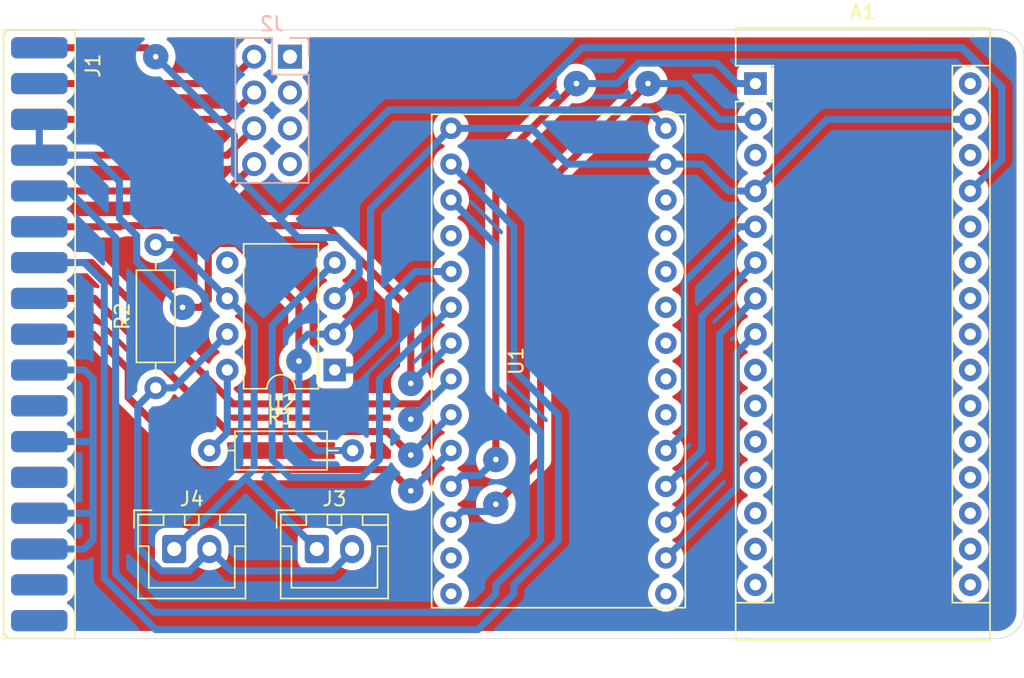
<source format=kicad_pcb>
(kicad_pcb (version 20171130) (host pcbnew "(5.1.2)-2")
  (layers (0 F.Cu signal) (31 B.Cu signal) (34 B.Paste user) (35 F.Paste user) (36 B.SilkS user) (37 F.SilkS user) (38 B.Mask user) (39 F.Mask user) (44 Edge.Cuts user))
  (net 0 "")
  (net 1 +5V)
  (net 2 +3V3)
  (net 3 /gpio_10,pwm2)
  (net 4 GND)
  (net 5 /gpio_9,pwm1)
  (net 6 /gpio_8,pwm0)
  (net 7 /gpio_13)
  (net 8 /gpio_7,spi.mosi)
  (net 9 /gpio_6,spi.miso)
  (net 10 /gpio_12,enc.b)
  (net 11 /gpio_5,spi.clk)
  (net 12 /gpio_4)
  (net 13 /gpio_11,enc.a)
  (net 14 /gpio_3)
  (net 15 /gpio_2)
  (net 16 /uart_tx)
  (net 17 /gpio_1)
  (net 18 /gpio_0)
  (net 19 /uart_rx)
  (net 20 /analog_in_3)
  (net 21 /analog_in_2)
  (net 22 /analog_in_1)
  (net 23 /analog_out_1)
  (net 24 /analog_in_0)
  (net 25 /analog_out_0)
  (net 26 /gpio14,i2c.scl)
  (net 27 /gpio_15,i2c.sda)
  (net 28 "Net-(U1-Pad13)")
  (net 29 "Net-(U1-Pad14)")
  (net 30 "Net-(U1-Pad22)")
  (net 31 "Net-(U1-Pad23)")
  (net 32 "Net-(U1-Pad24)")
  (net 33 "Net-(U1-Pad25)")
  (net 34 "Net-(U1-Pad26)")
  (net 35 "Net-(U2-Pad5)")
  (net 36 "Net-(J3-Pad2)")
  (net 37 "Net-(J3-Pad1)")
  (net 38 "Net-(R1-Pad1)")
  (net 39 "Net-(U1-Pad21)")
  (net 40 "Net-(U1-Pad20)")
  (net 41 "Net-(U1-Pad15)")
  (net 42 /canrx)
  (net 43 /cantx)
  (net 44 "Net-(U1-Pad4)")
  (net 45 "Net-(J2-Pad1)")
  (net 46 "Net-(J2-Pad3)")
  (net 47 "Net-(J2-Pad5)")
  (net 48 "Net-(J2-Pad7)")
  (net 49 "Net-(A1-Pad1)")
  (net 50 "Net-(A1-Pad17)")
  (net 51 "Net-(A1-Pad2)")
  (net 52 "Net-(A1-Pad18)")
  (net 53 "Net-(A1-Pad3)")
  (net 54 "Net-(A1-Pad19)")
  (net 55 "Net-(A1-Pad20)")
  (net 56 "Net-(A1-Pad5)")
  (net 57 "Net-(A1-Pad21)")
  (net 58 "Net-(A1-Pad6)")
  (net 59 "Net-(A1-Pad22)")
  (net 60 "Net-(A1-Pad7)")
  (net 61 "Net-(A1-Pad23)")
  (net 62 "Net-(A1-Pad8)")
  (net 63 "Net-(A1-Pad24)")
  (net 64 "Net-(A1-Pad9)")
  (net 65 "Net-(A1-Pad25)")
  (net 66 "Net-(A1-Pad10)")
  (net 67 "Net-(A1-Pad26)")
  (net 68 "Net-(A1-Pad11)")
  (net 69 "Net-(A1-Pad12)")
  (net 70 "Net-(A1-Pad28)")
  (net 71 "Net-(A1-Pad13)")
  (net 72 "Net-(A1-Pad14)")
  (net 73 "Net-(A1-Pad30)")
  (net 74 "Net-(A1-Pad15)")
  (net 75 "Net-(A1-Pad16)")
  (module Package_DIP:DIP-8_W7.62mm (layer F.Cu) (at 53.975 156.845 180)
    (fp_text reference U2 (at 3.81 -2.33) (layer F.SilkS))
    (fp_text value MCP2551-I-P)
    (fp_arc (start 3.81 -1.33) (end 2.81 -1.33) (angle -180) (layer F.SilkS) (width 0.12))
    (fp_line (start 2.81 -1.33) (end 1.16 -1.33) (layer F.SilkS) (width 0.12))
    (fp_line (start 1.16 -1.33) (end 1.16 8.95) (layer F.SilkS) (width 0.12))
    (fp_line (start 1.16 8.95) (end 6.46 8.95) (layer F.SilkS) (width 0.12))
    (fp_line (start 6.46 8.95) (end 6.46 -1.33) (layer F.SilkS) (width 0.12))
    (fp_line (start 6.46 -1.33) (end 4.81 -1.33) (layer F.SilkS) (width 0.12))
    (pad 1 thru_hole rect (at 0 0 180) (size 1.6 1.6) (drill 0.8) (layers *.Cu *.Mask) (net 43 /cantx))
    (pad 5 thru_hole oval (at 7.62 7.62 180) (size 1.6 1.6) (drill 0.8) (layers *.Cu *.Mask) (net 35 "Net-(U2-Pad5)"))
    (pad 2 thru_hole oval (at 0 2.54 180) (size 1.6 1.6) (drill 0.8) (layers *.Cu *.Mask) (net 4 GND))
    (pad 6 thru_hole oval (at 7.62 5.08 180) (size 1.6 1.6) (drill 0.8) (layers *.Cu *.Mask) (net 37 "Net-(J3-Pad1)"))
    (pad 3 thru_hole oval (at 0 5.08 180) (size 1.6 1.6) (drill 0.8) (layers *.Cu *.Mask) (net 1 +5V))
    (pad 7 thru_hole oval (at 7.62 2.54 180) (size 1.6 1.6) (drill 0.8) (layers *.Cu *.Mask) (net 36 "Net-(J3-Pad2)"))
    (pad 4 thru_hole oval (at 0 7.62 180) (size 1.6 1.6) (drill 0.8) (layers *.Cu *.Mask) (net 42 /canrx))
    (pad 8 thru_hole oval (at 7.62 0 180) (size 1.6 1.6) (drill 0.8) (layers *.Cu *.Mask) (net 38 "Net-(R1-Pad1)"))
  )
  (module Yoshiko:teensy3.2 (layer F.Cu) (at 69.85 156.21 270)
    (fp_text reference U1 (at 0 3 90) (layer F.SilkS))
    (fp_text value teensy3.2)
    (fp_line (start -17.5 -9) (end -17.5 9) (layer F.SilkS) (width 0.12))
    (fp_line (start 17.5 9) (end 17.5 -9) (layer F.SilkS) (width 0.12))
    (fp_line (start 17.5 -9) (end -17.5 -9) (layer F.SilkS) (width 0.12))
    (fp_line (start 17.5 9) (end -17.5 9) (layer F.SilkS) (width 0.12))
    (pad 1 thru_hole circle (at -16.51 7.62 270) (size 1.524 1.524) (drill 0.762) (layers *.Cu *.Mask) (net 4 GND))
    (pad 2 thru_hole circle (at -13.97 7.62 270) (size 1.524 1.524) (drill 0.762) (layers *.Cu *.Mask) (net 16 /uart_tx))
    (pad 3 thru_hole circle (at -11.43 7.62 270) (size 1.524 1.524) (drill 0.762) (layers *.Cu *.Mask) (net 19 /uart_rx))
    (pad 4 thru_hole circle (at -8.89 7.62 270) (size 1.524 1.524) (drill 0.762) (layers *.Cu *.Mask) (net 44 "Net-(U1-Pad4)"))
    (pad 5 thru_hole circle (at -6.35 7.62 270) (size 1.524 1.524) (drill 0.762) (layers *.Cu *.Mask) (net 43 /cantx))
    (pad 6 thru_hole circle (at -3.81 7.62 270) (size 1.524 1.524) (drill 0.762) (layers *.Cu *.Mask) (net 42 /canrx))
    (pad 7 thru_hole circle (at -1.27 7.62 270) (size 1.524 1.524) (drill 0.762) (layers *.Cu *.Mask) (net 18 /gpio_0))
    (pad 8 thru_hole circle (at 1.27 7.62 270) (size 1.524 1.524) (drill 0.762) (layers *.Cu *.Mask) (net 17 /gpio_1))
    (pad 9 thru_hole circle (at 3.81 7.62 270) (size 1.524 1.524) (drill 0.762) (layers *.Cu *.Mask) (net 15 /gpio_2))
    (pad 10 thru_hole circle (at 6.35 7.62 270) (size 1.524 1.524) (drill 0.762) (layers *.Cu *.Mask) (net 14 /gpio_3))
    (pad 11 thru_hole circle (at 8.89 7.62 270) (size 1.524 1.524) (drill 0.762) (layers *.Cu *.Mask) (net 49 "Net-(A1-Pad1)"))
    (pad 12 thru_hole circle (at 11.43 7.62 270) (size 1.524 1.524) (drill 0.762) (layers *.Cu *.Mask) (net 51 "Net-(A1-Pad2)"))
    (pad 13 thru_hole circle (at 13.97 7.62 270) (size 1.524 1.524) (drill 0.762) (layers *.Cu *.Mask) (net 28 "Net-(U1-Pad13)"))
    (pad 14 thru_hole circle (at 16.51 7.62 270) (size 1.524 1.524) (drill 0.762) (layers *.Cu *.Mask) (net 29 "Net-(U1-Pad14)"))
    (pad 15 thru_hole circle (at 16.51 -7.62 270) (size 1.524 1.524) (drill 0.762) (layers *.Cu *.Mask) (net 41 "Net-(U1-Pad15)"))
    (pad 16 thru_hole circle (at 13.97 -7.62 270) (size 1.524 1.524) (drill 0.762) (layers *.Cu *.Mask) (net 62 "Net-(A1-Pad8)"))
    (pad 17 thru_hole circle (at 11.43 -7.62 270) (size 1.524 1.524) (drill 0.762) (layers *.Cu *.Mask) (net 60 "Net-(A1-Pad7)"))
    (pad 18 thru_hole circle (at 8.89 -7.62 270) (size 1.524 1.524) (drill 0.762) (layers *.Cu *.Mask) (net 58 "Net-(A1-Pad6)"))
    (pad 19 thru_hole circle (at 6.35 -7.62 270) (size 1.524 1.524) (drill 0.762) (layers *.Cu *.Mask) (net 56 "Net-(A1-Pad5)"))
    (pad 20 thru_hole circle (at 3.81 -7.62 270) (size 1.524 1.524) (drill 0.762) (layers *.Cu *.Mask) (net 40 "Net-(U1-Pad20)"))
    (pad 21 thru_hole circle (at 1.27 -7.62 270) (size 1.524 1.524) (drill 0.762) (layers *.Cu *.Mask) (net 39 "Net-(U1-Pad21)"))
    (pad 22 thru_hole circle (at -1.27 -7.62 270) (size 1.524 1.524) (drill 0.762) (layers *.Cu *.Mask) (net 30 "Net-(U1-Pad22)"))
    (pad 23 thru_hole circle (at -3.81 -7.62 270) (size 1.524 1.524) (drill 0.762) (layers *.Cu *.Mask) (net 31 "Net-(U1-Pad23)"))
    (pad 24 thru_hole circle (at -6.35 -7.62 270) (size 1.524 1.524) (drill 0.762) (layers *.Cu *.Mask) (net 32 "Net-(U1-Pad24)"))
    (pad 25 thru_hole circle (at -8.89 -7.62 270) (size 1.524 1.524) (drill 0.762) (layers *.Cu *.Mask) (net 33 "Net-(U1-Pad25)"))
    (pad 26 thru_hole circle (at -11.43 -7.62 270) (size 1.524 1.524) (drill 0.762) (layers *.Cu *.Mask) (net 34 "Net-(U1-Pad26)"))
    (pad 27 thru_hole circle (at -13.97 -7.62 270) (size 1.524 1.524) (drill 0.762) (layers *.Cu *.Mask) (net 4 GND))
    (pad 28 thru_hole circle (at -16.51 -7.62 270) (size 1.524 1.524) (drill 0.762) (layers *.Cu *.Mask) (net 1 +5V))
  )
  (module Resistor_THT:R_Axial_DIN0207_L6.3mm_D2.5mm_P10.16mm_Horizontal (layer F.Cu) (at 41.275 158.115 90)
    (fp_text reference R2 (at 5.08 -2.37 90) (layer F.SilkS))
    (fp_text value 10k)
    (fp_line (start 1.81 -1.37) (end 1.81 1.37) (layer F.SilkS) (width 0.12))
    (fp_line (start 1.81 1.37) (end 8.35 1.37) (layer F.SilkS) (width 0.12))
    (fp_line (start 8.35 1.37) (end 8.35 -1.37) (layer F.SilkS) (width 0.12))
    (fp_line (start 8.35 -1.37) (end 1.81 -1.37) (layer F.SilkS) (width 0.12))
    (fp_line (start 1.04 0) (end 1.81 0) (layer F.SilkS) (width 0.12))
    (fp_line (start 9.12 0) (end 8.35 0) (layer F.SilkS) (width 0.12))
    (pad 1 thru_hole circle (at 0 0 90) (size 1.6 1.6) (drill 0.8) (layers *.Cu *.Mask) (net 36 "Net-(J3-Pad2)"))
    (pad 2 thru_hole oval (at 10.16 0 90) (size 1.6 1.6) (drill 0.8) (layers *.Cu *.Mask) (net 37 "Net-(J3-Pad1)"))
  )
  (module Resistor_THT:R_Axial_DIN0207_L6.3mm_D2.5mm_P10.16mm_Horizontal (layer F.Cu) (at 45.085 162.56)
    (fp_text reference R1 (at 5.08 -2.37) (layer F.SilkS))
    (fp_text value 10k)
    (fp_line (start 1.81 -1.37) (end 1.81 1.37) (layer F.SilkS) (width 0.12))
    (fp_line (start 1.81 1.37) (end 8.35 1.37) (layer F.SilkS) (width 0.12))
    (fp_line (start 8.35 1.37) (end 8.35 -1.37) (layer F.SilkS) (width 0.12))
    (fp_line (start 8.35 -1.37) (end 1.81 -1.37) (layer F.SilkS) (width 0.12))
    (fp_line (start 1.04 0) (end 1.81 0) (layer F.SilkS) (width 0.12))
    (fp_line (start 9.12 0) (end 8.35 0) (layer F.SilkS) (width 0.12))
    (pad 1 thru_hole circle (at 0 0) (size 1.6 1.6) (drill 0.8) (layers *.Cu *.Mask) (net 38 "Net-(R1-Pad1)"))
    (pad 2 thru_hole oval (at 10.16 0) (size 1.6 1.6) (drill 0.8) (layers *.Cu *.Mask) (net 4 GND))
  )
  (module Connector_JST:JST_XH_B2B-XH-A_1x02_P2.50mm_Vertical (layer F.Cu) (at 42.585 169.545)
    (fp_text reference J4 (at 1.25 -3.55) (layer F.SilkS))
    (fp_text value Conn_01x02)
    (fp_line (start -2.56 -2.46) (end -2.56 3.51) (layer F.SilkS) (width 0.12))
    (fp_line (start -2.56 3.51) (end 5.06 3.51) (layer F.SilkS) (width 0.12))
    (fp_line (start 5.06 3.51) (end 5.06 -2.46) (layer F.SilkS) (width 0.12))
    (fp_line (start 5.06 -2.46) (end -2.56 -2.46) (layer F.SilkS) (width 0.12))
    (fp_line (start 0.75 -2.45) (end 0.75 -1.7) (layer F.SilkS) (width 0.12))
    (fp_line (start 0.75 -1.7) (end 1.75 -1.7) (layer F.SilkS) (width 0.12))
    (fp_line (start 1.75 -1.7) (end 1.75 -2.45) (layer F.SilkS) (width 0.12))
    (fp_line (start 1.75 -2.45) (end 0.75 -2.45) (layer F.SilkS) (width 0.12))
    (fp_line (start -2.55 -2.45) (end -2.55 -1.7) (layer F.SilkS) (width 0.12))
    (fp_line (start -2.55 -1.7) (end -0.75 -1.7) (layer F.SilkS) (width 0.12))
    (fp_line (start -0.75 -1.7) (end -0.75 -2.45) (layer F.SilkS) (width 0.12))
    (fp_line (start -0.75 -2.45) (end -2.55 -2.45) (layer F.SilkS) (width 0.12))
    (fp_line (start 3.25 -2.45) (end 3.25 -1.7) (layer F.SilkS) (width 0.12))
    (fp_line (start 3.25 -1.7) (end 5.05 -1.7) (layer F.SilkS) (width 0.12))
    (fp_line (start 5.05 -1.7) (end 5.05 -2.45) (layer F.SilkS) (width 0.12))
    (fp_line (start 5.05 -2.45) (end 3.25 -2.45) (layer F.SilkS) (width 0.12))
    (fp_line (start -2.55 -0.2) (end -1.8 -0.2) (layer F.SilkS) (width 0.12))
    (fp_line (start -1.8 -0.2) (end -1.8 2.75) (layer F.SilkS) (width 0.12))
    (fp_line (start -1.8 2.75) (end 1.25 2.75) (layer F.SilkS) (width 0.12))
    (fp_line (start 5.05 -0.2) (end 4.3 -0.2) (layer F.SilkS) (width 0.12))
    (fp_line (start 4.3 -0.2) (end 4.3 2.75) (layer F.SilkS) (width 0.12))
    (fp_line (start 4.3 2.75) (end 1.25 2.75) (layer F.SilkS) (width 0.12))
    (fp_line (start -1.6 -2.75) (end -2.85 -2.75) (layer F.SilkS) (width 0.12))
    (fp_line (start -2.85 -2.75) (end -2.85 -1.5) (layer F.SilkS) (width 0.12))
    (pad 1 thru_hole roundrect (at 0 0) (size 1.7 2) (drill 1) (layers *.Cu *.Mask) (roundrect_rratio 0.147059) (net 37 "Net-(J3-Pad1)"))
    (pad 2 thru_hole oval (at 2.5 0) (size 1.7 2) (drill 1) (layers *.Cu *.Mask) (net 36 "Net-(J3-Pad2)"))
  )
  (module Connector_JST:JST_XH_B2B-XH-A_1x02_P2.50mm_Vertical (layer F.Cu) (at 52.705 169.545)
    (fp_text reference J3 (at 1.25 -3.55) (layer F.SilkS))
    (fp_text value Conn_01x02)
    (fp_line (start -2.56 -2.46) (end -2.56 3.51) (layer F.SilkS) (width 0.12))
    (fp_line (start -2.56 3.51) (end 5.06 3.51) (layer F.SilkS) (width 0.12))
    (fp_line (start 5.06 3.51) (end 5.06 -2.46) (layer F.SilkS) (width 0.12))
    (fp_line (start 5.06 -2.46) (end -2.56 -2.46) (layer F.SilkS) (width 0.12))
    (fp_line (start 0.75 -2.45) (end 0.75 -1.7) (layer F.SilkS) (width 0.12))
    (fp_line (start 0.75 -1.7) (end 1.75 -1.7) (layer F.SilkS) (width 0.12))
    (fp_line (start 1.75 -1.7) (end 1.75 -2.45) (layer F.SilkS) (width 0.12))
    (fp_line (start 1.75 -2.45) (end 0.75 -2.45) (layer F.SilkS) (width 0.12))
    (fp_line (start -2.55 -2.45) (end -2.55 -1.7) (layer F.SilkS) (width 0.12))
    (fp_line (start -2.55 -1.7) (end -0.75 -1.7) (layer F.SilkS) (width 0.12))
    (fp_line (start -0.75 -1.7) (end -0.75 -2.45) (layer F.SilkS) (width 0.12))
    (fp_line (start -0.75 -2.45) (end -2.55 -2.45) (layer F.SilkS) (width 0.12))
    (fp_line (start 3.25 -2.45) (end 3.25 -1.7) (layer F.SilkS) (width 0.12))
    (fp_line (start 3.25 -1.7) (end 5.05 -1.7) (layer F.SilkS) (width 0.12))
    (fp_line (start 5.05 -1.7) (end 5.05 -2.45) (layer F.SilkS) (width 0.12))
    (fp_line (start 5.05 -2.45) (end 3.25 -2.45) (layer F.SilkS) (width 0.12))
    (fp_line (start -2.55 -0.2) (end -1.8 -0.2) (layer F.SilkS) (width 0.12))
    (fp_line (start -1.8 -0.2) (end -1.8 2.75) (layer F.SilkS) (width 0.12))
    (fp_line (start -1.8 2.75) (end 1.25 2.75) (layer F.SilkS) (width 0.12))
    (fp_line (start 5.05 -0.2) (end 4.3 -0.2) (layer F.SilkS) (width 0.12))
    (fp_line (start 4.3 -0.2) (end 4.3 2.75) (layer F.SilkS) (width 0.12))
    (fp_line (start 4.3 2.75) (end 1.25 2.75) (layer F.SilkS) (width 0.12))
    (fp_line (start -1.6 -2.75) (end -2.85 -2.75) (layer F.SilkS) (width 0.12))
    (fp_line (start -2.85 -2.75) (end -2.85 -1.5) (layer F.SilkS) (width 0.12))
    (pad 1 thru_hole roundrect (at 0 0) (size 1.7 2) (drill 1) (layers *.Cu *.Mask) (roundrect_rratio 0.147059) (net 37 "Net-(J3-Pad1)"))
    (pad 2 thru_hole oval (at 2.5 0) (size 1.7 2) (drill 1) (layers *.Cu *.Mask) (net 36 "Net-(J3-Pad2)"))
  )
  (module Connector_PinHeader_2.54mm:PinHeader_2x04_P2.54mm_Vertical (layer B.Cu) (at 50.8 134.62 180)
    (fp_text reference J2 (at 1.27 2.33 180) (layer B.SilkS) (effects (justify mirror)))
    (fp_text value USB_cam)
    (fp_line (start -1.33 -8.95) (end 3.87 -8.95) (layer B.SilkS) (width 0.12))
    (fp_line (start -1.33 -1.27) (end -1.33 -8.95) (layer B.SilkS) (width 0.12))
    (fp_line (start 3.87 1.33) (end 3.87 -8.95) (layer B.SilkS) (width 0.12))
    (fp_line (start -1.33 -1.27) (end 1.27 -1.27) (layer B.SilkS) (width 0.12))
    (fp_line (start 1.27 -1.27) (end 1.27 1.33) (layer B.SilkS) (width 0.12))
    (fp_line (start 1.27 1.33) (end 3.87 1.33) (layer B.SilkS) (width 0.12))
    (fp_line (start -1.33 0) (end -1.33 1.33) (layer B.SilkS) (width 0.12))
    (fp_line (start -1.33 1.33) (end 0 1.33) (layer B.SilkS) (width 0.12))
    (pad 1 thru_hole rect (at 0 0 180) (size 1.7 1.7) (drill 1) (layers *.Cu *.Mask) (net 45 "Net-(J2-Pad1)"))
    (pad 2 thru_hole oval (at 2.54 0 180) (size 1.7 1.7) (drill 1) (layers *.Cu *.Mask) (net 24 /analog_in_0))
    (pad 3 thru_hole oval (at 0 -2.54 180) (size 1.7 1.7) (drill 1) (layers *.Cu *.Mask) (net 46 "Net-(J2-Pad3)"))
    (pad 4 thru_hole oval (at 2.54 -2.54 180) (size 1.7 1.7) (drill 1) (layers *.Cu *.Mask) (net 22 /analog_in_1))
    (pad 5 thru_hole oval (at 0 -5.08 180) (size 1.7 1.7) (drill 1) (layers *.Cu *.Mask) (net 47 "Net-(J2-Pad5)"))
    (pad 6 thru_hole oval (at 2.54 -5.08 180) (size 1.7 1.7) (drill 1) (layers *.Cu *.Mask) (net 21 /analog_in_2))
    (pad 7 thru_hole oval (at 0 -7.62 180) (size 1.7 1.7) (drill 1) (layers *.Cu *.Mask) (net 48 "Net-(J2-Pad7)"))
    (pad 8 thru_hole oval (at 2.54 -7.62 180) (size 1.7 1.7) (drill 1) (layers *.Cu *.Mask) (net 20 /analog_in_3))
  )
  (module Yoshiko:yokodasipinsoket (layer F.Cu) (at 30.48 132.715 270)
    (fp_text reference J1 (at 2.54 -6.35 90) (layer F.SilkS))
    (fp_text value myRIO)
    (fp_line (start 0 0) (end 0 -5.08) (layer F.SilkS) (width 0.12))
    (fp_line (start 0 -5.08) (end 43.18 -5.08) (layer F.SilkS) (width 0.12))
    (fp_line (start 43.18 -5.08) (end 43.18 0) (layer F.SilkS) (width 0.12))
    (fp_line (start 43.18 0) (end 0 0) (layer F.SilkS) (width 0.12))
    (pad 1 smd roundrect (at 1.27 -2.54 270) (size 1.5 4) (layers F.Cu F.Paste F.Mask) (net 1 +5V))
    (pad 2 smd roundrect (at 1.27 -2.54 270) (size 1.5 4) (layers B.Cu B.Paste B.Mask) (net 25 /analog_out_0))
    (pad 3 smd roundrect (at 3.81 -2.54 270) (size 1.5 4) (layers F.Cu F.Paste F.Mask) (net 24 /analog_in_0))
    (pad 4 smd roundrect (at 3.81 -2.54 270) (size 1.5 4) (layers B.Cu B.Paste B.Mask) (net 23 /analog_out_1))
    (pad 5 smd roundrect (at 6.35 -2.54 270) (size 1.5 4) (layers F.Cu F.Paste F.Mask) (net 22 /analog_in_1))
    (pad 6 smd roundrect (at 6.35 -2.54 270) (size 1.5 4) (layers B.Cu B.Paste B.Mask) (net 4 GND))
    (pad 7 smd roundrect (at 8.89 -2.54 270) (size 1.5 4) (layers F.Cu F.Paste F.Mask) (net 21 /analog_in_2))
    (pad 8 smd roundrect (at 8.89 -2.54 270) (size 1.5 4) (layers B.Cu B.Paste B.Mask) (net 4 GND))
    (pad 9 smd roundrect (at 11.43 -2.54 270) (size 1.5 4) (layers F.Cu F.Paste F.Mask) (net 20 /analog_in_3))
    (pad 10 smd roundrect (at 11.43 -2.54 270) (size 1.5 4) (layers B.Cu B.Paste B.Mask) (net 19 /uart_rx))
    (pad 11 smd roundrect (at 13.97 -2.54 270) (size 1.5 4) (layers F.Cu F.Paste F.Mask) (net 18 /gpio_0))
    (pad 12 smd roundrect (at 13.97 -2.54 270) (size 1.5 4) (layers B.Cu B.Paste B.Mask) (net 4 GND))
    (pad 13 smd roundrect (at 16.51 -2.54 270) (size 1.5 4) (layers F.Cu F.Paste F.Mask) (net 17 /gpio_1))
    (pad 14 smd roundrect (at 16.51 -2.54 270) (size 1.5 4) (layers B.Cu B.Paste B.Mask) (net 16 /uart_tx))
    (pad 15 smd roundrect (at 19.05 -2.54 270) (size 1.5 4) (layers F.Cu F.Paste F.Mask) (net 15 /gpio_2))
    (pad 16 smd roundrect (at 19.05 -2.54 270) (size 1.5 4) (layers B.Cu B.Paste B.Mask) (net 4 GND))
    (pad 17 smd roundrect (at 21.59 -2.54 270) (size 1.5 4) (layers F.Cu F.Paste F.Mask) (net 14 /gpio_3))
    (pad 18 smd roundrect (at 21.59 -2.54 270) (size 1.5 4) (layers B.Cu B.Paste B.Mask) (net 13 /gpio_11,enc.a))
    (pad 19 smd roundrect (at 24.13 -2.54 270) (size 1.5 4) (layers F.Cu F.Paste F.Mask) (net 12 /gpio_4))
    (pad 20 smd roundrect (at 24.13 -2.54 270) (size 1.5 4) (layers B.Cu B.Paste B.Mask) (net 4 GND))
    (pad 21 smd roundrect (at 26.67 -2.54 270) (size 1.5 4) (layers F.Cu F.Paste F.Mask) (net 11 /gpio_5,spi.clk))
    (pad 22 smd roundrect (at 26.67 -2.54 270) (size 1.5 4) (layers B.Cu B.Paste B.Mask) (net 10 /gpio_12,enc.b))
    (pad 23 smd roundrect (at 29.21 -2.54 270) (size 1.5 4) (layers F.Cu F.Paste F.Mask) (net 9 /gpio_6,spi.miso))
    (pad 24 smd roundrect (at 29.21 -2.54 270) (size 1.5 4) (layers B.Cu B.Paste B.Mask) (net 4 GND))
    (pad 25 smd roundrect (at 31.75 -2.54 270) (size 1.5 4) (layers F.Cu F.Paste F.Mask) (net 8 /gpio_7,spi.mosi))
    (pad 26 smd roundrect (at 31.75 -2.54 270) (size 1.5 4) (layers B.Cu B.Paste B.Mask) (net 7 /gpio_13))
    (pad 27 smd roundrect (at 34.29 -2.54 270) (size 1.5 4) (layers F.Cu F.Paste F.Mask) (net 6 /gpio_8,pwm0))
    (pad 28 smd roundrect (at 34.29 -2.54 270) (size 1.5 4) (layers B.Cu B.Paste B.Mask) (net 4 GND))
    (pad 29 smd roundrect (at 36.83 -2.54 270) (size 1.5 4) (layers F.Cu F.Paste F.Mask) (net 5 /gpio_9,pwm1))
    (pad 30 smd roundrect (at 36.83 -2.54 270) (size 1.5 4) (layers B.Cu B.Paste B.Mask) (net 4 GND))
    (pad 31 smd roundrect (at 39.37 -2.54 270) (size 1.5 4) (layers F.Cu F.Paste F.Mask) (net 3 /gpio_10,pwm2))
    (pad 32 smd roundrect (at 39.37 -2.54 270) (size 1.5 4) (layers B.Cu B.Paste B.Mask) (net 26 /gpio14,i2c.scl))
    (pad 33 smd roundrect (at 41.91 -2.54 270) (size 1.5 4) (layers F.Cu F.Paste F.Mask) (net 2 +3V3))
    (pad 34 smd roundrect (at 41.91 -2.54 270) (size 1.5 4) (layers B.Cu B.Paste B.Mask) (net 27 /gpio_15,i2c.sda))
  )
  (module Module:Arduino_Nano (layer F.Cu) (at 83.82 136.525)
    (fp_text reference A1 (at 7.62 -5.08) (layer F.SilkS))
    (fp_text value Arduino_Nano_v3.x)
    (fp_line (start 1.27 1.27) (end 1.27 -1.27) (layer F.SilkS) (width 0.12))
    (fp_line (start 1.27 -1.27) (end -1.4 -1.27) (layer F.SilkS) (width 0.12))
    (fp_line (start -1.4 1.27) (end -1.4 39.5) (layer F.SilkS) (width 0.12))
    (fp_line (start -1.4 -3.94) (end -1.4 -1.27) (layer F.SilkS) (width 0.12))
    (fp_line (start 13.97 -1.27) (end 16.64 -1.27) (layer F.SilkS) (width 0.12))
    (fp_line (start 13.97 -1.27) (end 13.97 36.83) (layer F.SilkS) (width 0.12))
    (fp_line (start 13.97 36.83) (end 16.64 36.83) (layer F.SilkS) (width 0.12))
    (fp_line (start 1.27 1.27) (end -1.4 1.27) (layer F.SilkS) (width 0.12))
    (fp_line (start 1.27 1.27) (end 1.27 36.83) (layer F.SilkS) (width 0.12))
    (fp_line (start 1.27 36.83) (end -1.4 36.83) (layer F.SilkS) (width 0.12))
    (fp_line (start -1.4 39.5) (end 16.64 39.5) (layer F.SilkS) (width 0.12))
    (fp_line (start 16.64 39.5) (end 16.64 -3.94) (layer F.SilkS) (width 0.12))
    (fp_line (start 16.64 -3.94) (end -1.4 -3.94) (layer F.SilkS) (width 0.12))
    (pad 1 thru_hole rect (at 0 0) (size 1.6 1.6) (drill 0.8) (layers *.Cu *.Mask) (net 49 "Net-(A1-Pad1)"))
    (pad 17 thru_hole oval (at 15.24 33.02) (size 1.6 1.6) (drill 0.8) (layers *.Cu *.Mask) (net 50 "Net-(A1-Pad17)"))
    (pad 2 thru_hole oval (at 0 2.54) (size 1.6 1.6) (drill 0.8) (layers *.Cu *.Mask) (net 51 "Net-(A1-Pad2)"))
    (pad 18 thru_hole oval (at 15.24 30.48) (size 1.6 1.6) (drill 0.8) (layers *.Cu *.Mask) (net 52 "Net-(A1-Pad18)"))
    (pad 3 thru_hole oval (at 0 5.08) (size 1.6 1.6) (drill 0.8) (layers *.Cu *.Mask) (net 53 "Net-(A1-Pad3)"))
    (pad 19 thru_hole oval (at 15.24 27.94) (size 1.6 1.6) (drill 0.8) (layers *.Cu *.Mask) (net 54 "Net-(A1-Pad19)"))
    (pad 4 thru_hole oval (at 0 7.62) (size 1.6 1.6) (drill 0.8) (layers *.Cu *.Mask) (net 4 GND))
    (pad 20 thru_hole oval (at 15.24 25.4) (size 1.6 1.6) (drill 0.8) (layers *.Cu *.Mask) (net 55 "Net-(A1-Pad20)"))
    (pad 5 thru_hole oval (at 0 10.16) (size 1.6 1.6) (drill 0.8) (layers *.Cu *.Mask) (net 56 "Net-(A1-Pad5)"))
    (pad 21 thru_hole oval (at 15.24 22.86) (size 1.6 1.6) (drill 0.8) (layers *.Cu *.Mask) (net 57 "Net-(A1-Pad21)"))
    (pad 6 thru_hole oval (at 0 12.7) (size 1.6 1.6) (drill 0.8) (layers *.Cu *.Mask) (net 58 "Net-(A1-Pad6)"))
    (pad 22 thru_hole oval (at 15.24 20.32) (size 1.6 1.6) (drill 0.8) (layers *.Cu *.Mask) (net 59 "Net-(A1-Pad22)"))
    (pad 7 thru_hole oval (at 0 15.24) (size 1.6 1.6) (drill 0.8) (layers *.Cu *.Mask) (net 60 "Net-(A1-Pad7)"))
    (pad 23 thru_hole oval (at 15.24 17.78) (size 1.6 1.6) (drill 0.8) (layers *.Cu *.Mask) (net 61 "Net-(A1-Pad23)"))
    (pad 8 thru_hole oval (at 0 17.78) (size 1.6 1.6) (drill 0.8) (layers *.Cu *.Mask) (net 62 "Net-(A1-Pad8)"))
    (pad 24 thru_hole oval (at 15.24 15.24) (size 1.6 1.6) (drill 0.8) (layers *.Cu *.Mask) (net 63 "Net-(A1-Pad24)"))
    (pad 9 thru_hole oval (at 0 20.32) (size 1.6 1.6) (drill 0.8) (layers *.Cu *.Mask) (net 64 "Net-(A1-Pad9)"))
    (pad 25 thru_hole oval (at 15.24 12.7) (size 1.6 1.6) (drill 0.8) (layers *.Cu *.Mask) (net 65 "Net-(A1-Pad25)"))
    (pad 10 thru_hole oval (at 0 22.86) (size 1.6 1.6) (drill 0.8) (layers *.Cu *.Mask) (net 66 "Net-(A1-Pad10)"))
    (pad 26 thru_hole oval (at 15.24 10.16) (size 1.6 1.6) (drill 0.8) (layers *.Cu *.Mask) (net 67 "Net-(A1-Pad26)"))
    (pad 11 thru_hole oval (at 0 25.4) (size 1.6 1.6) (drill 0.8) (layers *.Cu *.Mask) (net 68 "Net-(A1-Pad11)"))
    (pad 27 thru_hole oval (at 15.24 7.62) (size 1.6 1.6) (drill 0.8) (layers *.Cu *.Mask) (net 1 +5V))
    (pad 12 thru_hole oval (at 0 27.94) (size 1.6 1.6) (drill 0.8) (layers *.Cu *.Mask) (net 69 "Net-(A1-Pad12)"))
    (pad 28 thru_hole oval (at 15.24 5.08) (size 1.6 1.6) (drill 0.8) (layers *.Cu *.Mask) (net 70 "Net-(A1-Pad28)"))
    (pad 13 thru_hole oval (at 0 30.48) (size 1.6 1.6) (drill 0.8) (layers *.Cu *.Mask) (net 71 "Net-(A1-Pad13)"))
    (pad 29 thru_hole oval (at 15.24 2.54) (size 1.6 1.6) (drill 0.8) (layers *.Cu *.Mask) (net 4 GND))
    (pad 14 thru_hole oval (at 0 33.02) (size 1.6 1.6) (drill 0.8) (layers *.Cu *.Mask) (net 72 "Net-(A1-Pad14)"))
    (pad 30 thru_hole oval (at 15.24 0) (size 1.6 1.6) (drill 0.8) (layers *.Cu *.Mask) (net 73 "Net-(A1-Pad30)"))
    (pad 15 thru_hole oval (at 0 35.56) (size 1.6 1.6) (drill 0.8) (layers *.Cu *.Mask) (net 74 "Net-(A1-Pad15)"))
    (pad 16 thru_hole oval (at 15.24 35.56) (size 1.6 1.6) (drill 0.8) (layers *.Cu *.Mask) (net 75 "Net-(A1-Pad16)"))
  )
  (gr_arc (start 100.965 134.62) (end 102.87 134.62) (angle -90) (layer Edge.Cuts) (width 0.05))
  (gr_arc (start 100.965 173.99) (end 100.965 175.895) (angle -90) (layer Edge.Cuts) (width 0.05))
  (gr_arc (start 31.115 175.26) (end 30.48 175.26) (angle -90) (layer Edge.Cuts) (width 0.05))
  (gr_arc (start 31.115 133.35) (end 31.115 132.715) (angle -90) (layer Edge.Cuts) (width 0.05))
  (gr_line (start 30.48 175.26) (end 30.48 133.35) (layer Edge.Cuts) (width 0.05))
  (gr_line (start 100.965 175.895) (end 31.115 175.895) (layer Edge.Cuts) (width 0.05))
  (gr_line (start 102.87 134.62) (end 102.87 173.99) (layer Edge.Cuts) (width 0.05))
  (gr_line (start 31.115 132.715) (end 100.965 132.715) (layer Edge.Cuts) (width 0.05))
  (segment (start 33.02 133.985) (end 40.64 133.985) (width 0.5) (layer F.Cu) (net 1))
  (segment (start 40.64 133.985) (end 41.275 134.62) (width 0.5) (layer F.Cu) (net 1))
  (segment (start 41.275 134.62) (end 41.275 134.62) (width 0.5) (layer F.Cu) (net 1))
  (via (at 41.275 134.62) (size 1.8) (drill 0.4) (layers F.Cu B.Cu) (net 1))
  (segment (start 54.774999 150.965001) (end 53.975 151.765) (width 0.5) (layer B.Cu) (net 1))
  (segment (start 55.71499 148.966988) (end 55.71499 150.02501) (width 0.5) (layer B.Cu) (net 1))
  (segment (start 54.198242 147.45024) (end 55.71499 148.966988) (width 0.5) (layer B.Cu) (net 1))
  (segment (start 51.398238 147.45024) (end 54.198242 147.45024) (width 0.5) (layer B.Cu) (net 1))
  (segment (start 55.71499 150.02501) (end 54.774999 150.965001) (width 0.5) (layer B.Cu) (net 1))
  (segment (start 46.859999 140.204999) (end 46.859999 142.912001) (width 0.5) (layer B.Cu) (net 1))
  (segment (start 41.275 134.62) (end 46.859999 140.204999) (width 0.5) (layer B.Cu) (net 1))
  (segment (start 57.827001 138.387999) (end 50.081499 146.133501) (width 0.5) (layer B.Cu) (net 1))
  (segment (start 77.47 139.7) (end 76.157999 138.387999) (width 0.5) (layer B.Cu) (net 1))
  (segment (start 46.859999 142.912001) (end 50.081499 146.133501) (width 0.5) (layer B.Cu) (net 1))
  (segment (start 50.081499 146.133501) (end 51.398238 147.45024) (width 0.5) (layer B.Cu) (net 1))
  (segment (start 67.110999 138.387999) (end 71.513998 133.985) (width 0.5) (layer B.Cu) (net 1))
  (segment (start 64.812001 138.387999) (end 67.110999 138.387999) (width 0.5) (layer B.Cu) (net 1))
  (segment (start 64.812001 138.387999) (end 57.827001 138.387999) (width 0.5) (layer B.Cu) (net 1))
  (segment (start 76.157999 138.387999) (end 64.812001 138.387999) (width 0.5) (layer B.Cu) (net 1))
  (segment (start 101.307687 141.897313) (end 99.06 144.145) (width 0.5) (layer B.Cu) (net 1))
  (segment (start 99.708001 135.174999) (end 101.307687 136.774685) (width 0.5) (layer B.Cu) (net 1))
  (segment (start 99.614999 135.174999) (end 99.708001 135.174999) (width 0.5) (layer B.Cu) (net 1))
  (segment (start 98.425 133.985) (end 99.614999 135.174999) (width 0.5) (layer B.Cu) (net 1))
  (segment (start 101.307687 136.774685) (end 98.518002 133.985) (width 0.5) (layer B.Cu) (net 1))
  (segment (start 101.307687 138.137687) (end 101.307687 136.774685) (width 0.5) (layer B.Cu) (net 1))
  (segment (start 98.518002 133.985) (end 95.25 133.985) (width 0.5) (layer B.Cu) (net 1))
  (segment (start 101.307687 138.137687) (end 101.307687 141.897313) (width 0.5) (layer B.Cu) (net 1))
  (segment (start 71.513998 133.985) (end 95.25 133.985) (width 0.5) (layer B.Cu) (net 1))
  (segment (start 95.25 133.985) (end 98.425 133.985) (width 0.5) (layer B.Cu) (net 1))
  (segment (start 52.705 162.56) (end 55.245 162.56) (width 0.5) (layer B.Cu) (net 4))
  (segment (start 51.435 161.29) (end 52.705 162.56) (width 0.5) (layer B.Cu) (net 4))
  (segment (start 51.435 154.94) (end 51.435 161.29) (width 0.5) (layer B.Cu) (net 4))
  (segment (start 53.975 154.305) (end 52.07 154.305) (width 0.5) (layer B.Cu) (net 4))
  (segment (start 52.07 154.305) (end 51.435 154.94) (width 0.5) (layer B.Cu) (net 4))
  (segment (start 62.23 139.7) (end 67.945 139.7) (width 0.5) (layer B.Cu) (net 4))
  (segment (start 70.485 142.24) (end 77.47 142.24) (width 0.5) (layer B.Cu) (net 4))
  (segment (start 67.945 139.7) (end 70.485 142.24) (width 0.5) (layer B.Cu) (net 4))
  (segment (start 77.47 142.24) (end 80.01 142.24) (width 0.5) (layer B.Cu) (net 4))
  (segment (start 81.915 144.145) (end 83.82 144.145) (width 0.5) (layer B.Cu) (net 4))
  (segment (start 80.01 142.24) (end 81.915 144.145) (width 0.5) (layer B.Cu) (net 4))
  (segment (start 88.9 139.065) (end 99.06 139.065) (width 0.5) (layer B.Cu) (net 4))
  (segment (start 83.82 144.145) (end 88.9 139.065) (width 0.5) (layer B.Cu) (net 4))
  (segment (start 62.23 139.7) (end 56.515 145.415) (width 0.5) (layer B.Cu) (net 4))
  (segment (start 56.515 151.765) (end 55.88 152.4) (width 0.5) (layer B.Cu) (net 4))
  (segment (start 56.515 145.415) (end 56.515 151.765) (width 0.5) (layer B.Cu) (net 4))
  (segment (start 53.975 154.305) (end 55.88 152.4) (width 0.5) (layer B.Cu) (net 4))
  (segment (start 36.83 167.005) (end 33.02 167.005) (width 0.5) (layer B.Cu) (net 4))
  (segment (start 36.83 162.56) (end 36.83 167.005) (width 0.5) (layer B.Cu) (net 4))
  (segment (start 36.83 167.005) (end 36.83 168.91) (width 0.5) (layer B.Cu) (net 4))
  (segment (start 36.83 168.91) (end 36.195 169.545) (width 0.5) (layer B.Cu) (net 4))
  (segment (start 36.195 169.545) (end 33.02 169.545) (width 0.5) (layer B.Cu) (net 4))
  (segment (start 33.02 156.845) (end 36.195 156.845) (width 0.5) (layer B.Cu) (net 4))
  (segment (start 36.195 156.845) (end 36.83 157.48) (width 0.5) (layer B.Cu) (net 4))
  (segment (start 36.83 157.48) (end 36.83 161.925) (width 0.5) (layer B.Cu) (net 4))
  (segment (start 36.83 161.925) (end 36.83 162.56) (width 0.5) (layer B.Cu) (net 4))
  (segment (start 35.12 161.925) (end 36.83 161.925) (width 0.5) (layer B.Cu) (net 4))
  (segment (start 33.02 161.925) (end 35.12 161.925) (width 0.5) (layer B.Cu) (net 4))
  (segment (start 33.02 139.065) (end 33.02 141.605) (width 0.5) (layer B.Cu) (net 4))
  (segment (start 43.18 152.4) (end 43.18 152.4) (width 0.5) (layer B.Cu) (net 4))
  (via (at 43.18 152.4) (size 1.8) (drill 0.4) (layers F.Cu B.Cu) (net 4))
  (segment (start 47.003001 147.874999) (end 51.435 152.306998) (width 0.5) (layer F.Cu) (net 4))
  (segment (start 45.706999 147.874999) (end 47.003001 147.874999) (width 0.5) (layer F.Cu) (net 4))
  (segment (start 45.004999 148.576999) (end 45.706999 147.874999) (width 0.5) (layer F.Cu) (net 4))
  (segment (start 45.004999 151.847793) (end 45.004999 148.576999) (width 0.5) (layer F.Cu) (net 4))
  (segment (start 43.18 152.4) (end 44.452792 152.4) (width 0.5) (layer F.Cu) (net 4))
  (segment (start 44.452792 152.4) (end 45.004999 151.847793) (width 0.5) (layer F.Cu) (net 4))
  (segment (start 51.435 152.306998) (end 51.435 156.21) (width 0.5) (layer F.Cu) (net 4))
  (segment (start 51.435 156.21) (end 51.435 156.21) (width 0.5) (layer F.Cu) (net 4))
  (via (at 51.435 156.21) (size 1.8) (drill 0.4) (layers F.Cu B.Cu) (net 4))
  (segment (start 39.924999 149.144999) (end 43.18 152.4) (width 0.5) (layer B.Cu) (net 4))
  (segment (start 39.924999 147.306999) (end 39.924999 149.144999) (width 0.5) (layer B.Cu) (net 4))
  (segment (start 38.7015 146.0835) (end 39.924999 147.306999) (width 0.5) (layer B.Cu) (net 4))
  (segment (start 38.7015 143.4765) (end 38.7015 146.0835) (width 0.5) (layer B.Cu) (net 4))
  (segment (start 36.83 141.605) (end 38.7015 143.4765) (width 0.5) (layer B.Cu) (net 4))
  (segment (start 33.02 141.605) (end 36.83 141.605) (width 0.5) (layer B.Cu) (net 4))
  (segment (start 62.23 162.56) (end 61.468001 163.321999) (width 0.5) (layer B.Cu) (net 14))
  (segment (start 61.468001 163.321999) (end 59.3725 165.4175) (width 0.5) (layer B.Cu) (net 14))
  (via (at 59.3725 165.4175) (size 1.8) (drill 0.4) (layers F.Cu B.Cu) (net 14))
  (segment (start 57.865001 163.910001) (end 59.3725 165.4175) (width 0.5) (layer F.Cu) (net 14))
  (segment (start 44.436999 163.910001) (end 57.865001 163.910001) (width 0.5) (layer F.Cu) (net 14))
  (segment (start 39.323499 158.796501) (end 44.436999 163.910001) (width 0.5) (layer F.Cu) (net 14))
  (segment (start 36.83 154.305) (end 39.323499 156.798499) (width 0.5) (layer F.Cu) (net 14))
  (segment (start 39.323499 156.798499) (end 39.323499 158.796501) (width 0.5) (layer F.Cu) (net 14))
  (segment (start 33.02 154.305) (end 36.83 154.305) (width 0.5) (layer F.Cu) (net 14))
  (segment (start 62.23 160.02) (end 59.3725 162.8775) (width 0.5) (layer B.Cu) (net 15))
  (via (at 59.3725 162.8775) (size 1.8) (drill 0.4) (layers F.Cu B.Cu) (net 15))
  (segment (start 35.12 151.765) (end 33.02 151.765) (width 0.5) (layer F.Cu) (net 15))
  (segment (start 36.923002 151.765) (end 35.12 151.765) (width 0.5) (layer F.Cu) (net 15))
  (segment (start 46.368001 161.209999) (end 36.923002 151.765) (width 0.5) (layer F.Cu) (net 15))
  (segment (start 57.704999 161.209999) (end 46.368001 161.209999) (width 0.5) (layer F.Cu) (net 15))
  (segment (start 59.3725 162.8775) (end 57.704999 161.209999) (width 0.5) (layer F.Cu) (net 15))
  (segment (start 37.63001 150.66001) (end 36.195 149.225) (width 0.5) (layer B.Cu) (net 16))
  (segment (start 37.63001 171.61501) (end 37.63001 150.66001) (width 0.5) (layer B.Cu) (net 16))
  (segment (start 41.275 175.26) (end 37.63001 171.61501) (width 0.5) (layer B.Cu) (net 16))
  (segment (start 64.135 175.26) (end 41.275 175.26) (width 0.5) (layer B.Cu) (net 16))
  (segment (start 66.675 172.72) (end 64.135 175.26) (width 0.5) (layer B.Cu) (net 16))
  (segment (start 36.195 149.225) (end 33.02 149.225) (width 0.5) (layer B.Cu) (net 16))
  (segment (start 62.23 142.24) (end 66.675 146.685) (width 0.5) (layer B.Cu) (net 16))
  (segment (start 66.675 146.685) (end 66.675 156.845) (width 0.5) (layer B.Cu) (net 16))
  (segment (start 66.675 156.845) (end 69.85 160.02) (width 0.5) (layer B.Cu) (net 16))
  (segment (start 69.85 160.02) (end 69.85 168.91) (width 0.5) (layer B.Cu) (net 16))
  (segment (start 69.85 168.91) (end 66.675 172.085) (width 0.5) (layer B.Cu) (net 16))
  (segment (start 66.675 172.085) (end 66.675 172.72) (width 0.5) (layer B.Cu) (net 16))
  (segment (start 62.23 157.48) (end 59.3725 160.3375) (width 0.5) (layer B.Cu) (net 17))
  (via (at 59.3725 160.3375) (size 1.8) (drill 0.4) (layers F.Cu B.Cu) (net 17))
  (segment (start 36.736998 149.225) (end 35.12 149.225) (width 0.5) (layer F.Cu) (net 17))
  (segment (start 35.12 149.225) (end 33.02 149.225) (width 0.5) (layer F.Cu) (net 17))
  (segment (start 46.759499 159.247501) (end 36.736998 149.225) (width 0.5) (layer F.Cu) (net 17))
  (segment (start 60.068501 159.247501) (end 46.759499 159.247501) (width 0.5) (layer F.Cu) (net 17))
  (segment (start 60.822501 158.493501) (end 60.068501 159.247501) (width 0.5) (layer F.Cu) (net 17))
  (segment (start 60.822501 158.887499) (end 60.822501 158.493501) (width 0.5) (layer F.Cu) (net 17))
  (segment (start 59.3725 160.3375) (end 60.822501 158.887499) (width 0.5) (layer F.Cu) (net 17))
  (segment (start 62.23 154.94) (end 61.468001 155.701999) (width 0.5) (layer B.Cu) (net 18))
  (segment (start 61.468001 155.701999) (end 59.3725 157.7975) (width 0.5) (layer B.Cu) (net 18))
  (segment (start 59.3725 157.7975) (end 59.055 158.115) (width 0.5) (layer B.Cu) (net 18))
  (via (at 59.3725 157.7975) (size 1.8) (drill 0.4) (layers F.Cu B.Cu) (net 18))
  (segment (start 53.353001 146.604999) (end 38.815001 146.604999) (width 0.5) (layer F.Cu) (net 18))
  (segment (start 59.3725 157.7975) (end 59.3725 152.624498) (width 0.5) (layer F.Cu) (net 18))
  (segment (start 59.3725 152.624498) (end 53.353001 146.604999) (width 0.5) (layer F.Cu) (net 18))
  (segment (start 38.735 146.685) (end 33.02 146.685) (width 0.5) (layer F.Cu) (net 18))
  (segment (start 38.815001 146.604999) (end 38.735 146.685) (width 0.5) (layer F.Cu) (net 18))
  (segment (start 35.12 144.145) (end 33.02 144.145) (width 0.5) (layer B.Cu) (net 19))
  (segment (start 64.092999 174.032001) (end 41.178385 174.032001) (width 0.5) (layer B.Cu) (net 19))
  (segment (start 65.405 172.72) (end 64.092999 174.032001) (width 0.5) (layer B.Cu) (net 19))
  (segment (start 62.23 144.78) (end 65.405 147.955) (width 0.5) (layer B.Cu) (net 19))
  (segment (start 65.405 147.955) (end 65.405 158.115) (width 0.5) (layer B.Cu) (net 19))
  (segment (start 41.178385 174.032001) (end 38.43002 171.283636) (width 0.5) (layer B.Cu) (net 19))
  (segment (start 65.405 158.115) (end 68.58 161.29) (width 0.5) (layer B.Cu) (net 19))
  (segment (start 38.43002 147.45502) (end 35.12 144.145) (width 0.5) (layer B.Cu) (net 19))
  (segment (start 38.43002 171.283636) (end 38.43002 147.45502) (width 0.5) (layer B.Cu) (net 19))
  (segment (start 68.58 161.29) (end 68.58 168.91) (width 0.5) (layer B.Cu) (net 19))
  (segment (start 68.58 168.91) (end 65.405 172.085) (width 0.5) (layer B.Cu) (net 19))
  (segment (start 65.405 172.085) (end 65.405 172.72) (width 0.5) (layer B.Cu) (net 19))
  (segment (start 46.355 144.145) (end 48.26 142.24) (width 0.5) (layer F.Cu) (net 20))
  (segment (start 33.02 144.145) (end 46.355 144.145) (width 0.5) (layer F.Cu) (net 20))
  (segment (start 46.355 141.605) (end 48.26 139.7) (width 0.5) (layer F.Cu) (net 21))
  (segment (start 33.02 141.605) (end 46.355 141.605) (width 0.5) (layer F.Cu) (net 21))
  (segment (start 46.355 139.065) (end 48.26 137.16) (width 0.5) (layer F.Cu) (net 22))
  (segment (start 33.02 139.065) (end 46.355 139.065) (width 0.5) (layer F.Cu) (net 22))
  (segment (start 46.355 136.525) (end 48.26 134.62) (width 0.5) (layer F.Cu) (net 24))
  (segment (start 33.02 136.525) (end 46.355 136.525) (width 0.5) (layer F.Cu) (net 24))
  (segment (start 42.545 158.115) (end 46.355 154.305) (width 0.5) (layer B.Cu) (net 36))
  (segment (start 41.275 158.115) (end 42.545 158.115) (width 0.5) (layer B.Cu) (net 36))
  (segment (start 45.085 169.695) (end 45.085 169.545) (width 0.5) (layer B.Cu) (net 36))
  (segment (start 43.68499 171.09501) (end 45.085 169.695) (width 0.5) (layer B.Cu) (net 36))
  (segment (start 41.653622 171.09501) (end 43.68499 171.09501) (width 0.5) (layer B.Cu) (net 36))
  (segment (start 40.005 169.446388) (end 41.653622 171.09501) (width 0.5) (layer B.Cu) (net 36))
  (segment (start 40.005 159.385) (end 40.005 169.446388) (width 0.5) (layer B.Cu) (net 36))
  (segment (start 41.275 158.115) (end 40.005 159.385) (width 0.5) (layer B.Cu) (net 36))
  (segment (start 45.085 169.545) (end 46.355 170.815) (width 0.5) (layer B.Cu) (net 36))
  (segment (start 46.63501 171.09501) (end 46.355 170.815) (width 0.5) (layer B.Cu) (net 36))
  (segment (start 53.80499 171.09501) (end 46.63501 171.09501) (width 0.5) (layer B.Cu) (net 36))
  (segment (start 55.205 169.695) (end 53.80499 171.09501) (width 0.5) (layer B.Cu) (net 36))
  (segment (start 55.205 169.545) (end 55.205 169.695) (width 0.5) (layer B.Cu) (net 36))
  (segment (start 42.545 147.955) (end 46.355 151.765) (width 0.5) (layer B.Cu) (net 37))
  (segment (start 41.275 147.955) (end 42.545 147.955) (width 0.5) (layer B.Cu) (net 37))
  (segment (start 46.355 151.765) (end 48.26 153.67) (width 0.5) (layer B.Cu) (net 37))
  (segment (start 48.26 163.83) (end 48.28 163.85) (width 0.5) (layer B.Cu) (net 37))
  (segment (start 48.26 153.67) (end 48.26 163.83) (width 0.5) (layer B.Cu) (net 37))
  (segment (start 51.799447 168.639447) (end 47.645 164.485) (width 0.5) (layer B.Cu) (net 37))
  (segment (start 52.705 169.545) (end 51.799447 168.639447) (width 0.5) (layer B.Cu) (net 37))
  (segment (start 42.585 169.545) (end 47.645 164.485) (width 0.5) (layer B.Cu) (net 37))
  (segment (start 47.645 164.485) (end 48.28 163.85) (width 0.5) (layer B.Cu) (net 37))
  (segment (start 46.355 161.29) (end 45.085 162.56) (width 0.5) (layer B.Cu) (net 38))
  (segment (start 46.355 156.845) (end 46.355 161.29) (width 0.5) (layer B.Cu) (net 38))
  (segment (start 49.53 153.67) (end 53.975 149.225) (width 0.5) (layer B.Cu) (net 42))
  (segment (start 62.23 152.4) (end 57.15 157.48) (width 0.5) (layer B.Cu) (net 42))
  (segment (start 57.15 157.48) (end 57.15 163.195) (width 0.5) (layer B.Cu) (net 42))
  (segment (start 57.15 163.195) (end 55.88 164.465) (width 0.5) (layer B.Cu) (net 42))
  (segment (start 55.88 164.465) (end 50.8 164.465) (width 0.5) (layer B.Cu) (net 42))
  (segment (start 50.8 164.465) (end 49.53 163.195) (width 0.5) (layer B.Cu) (net 42))
  (segment (start 49.53 163.195) (end 49.53 153.67) (width 0.5) (layer B.Cu) (net 42))
  (segment (start 59.69 149.86) (end 62.23 149.86) (width 0.5) (layer B.Cu) (net 43))
  (segment (start 57.785 151.765) (end 59.69 149.86) (width 0.5) (layer B.Cu) (net 43))
  (segment (start 57.785 154.335) (end 57.785 151.765) (width 0.5) (layer B.Cu) (net 43))
  (segment (start 55.275 156.845) (end 57.785 154.335) (width 0.5) (layer B.Cu) (net 43))
  (segment (start 53.975 156.845) (end 55.275 156.845) (width 0.5) (layer B.Cu) (net 43))
  (segment (start 62.991999 164.338001) (end 64.261999 164.338001) (width 0.5) (layer B.Cu) (net 49))
  (segment (start 62.23 165.1) (end 62.991999 164.338001) (width 0.5) (layer B.Cu) (net 49))
  (segment (start 64.261999 164.338001) (end 65.405 163.195) (width 0.5) (layer B.Cu) (net 49))
  (segment (start 65.405 163.195) (end 65.405 163.195) (width 0.5) (layer B.Cu) (net 49))
  (via (at 71.12 136.525) (size 1.8) (drill 0.4) (layers F.Cu B.Cu) (net 49))
  (segment (start 82.52 136.525) (end 83.82 136.525) (width 0.5) (layer B.Cu) (net 49))
  (segment (start 81.069999 135.074999) (end 82.52 136.525) (width 0.5) (layer B.Cu) (net 49))
  (segment (start 75.503999 135.074999) (end 81.069999 135.074999) (width 0.5) (layer B.Cu) (net 49))
  (segment (start 74.053998 136.525) (end 75.503999 135.074999) (width 0.5) (layer B.Cu) (net 49))
  (segment (start 71.12 136.525) (end 74.053998 136.525) (width 0.5) (layer B.Cu) (net 49))
  (segment (start 71.12 136.525) (end 65.405 142.24) (width 0.5) (layer F.Cu) (net 49))
  (segment (start 65.405 142.24) (end 65.405 163.195) (width 0.5) (layer F.Cu) (net 49))
  (segment (start 65.405 163.195) (end 65.405 163.195) (width 0.5) (layer F.Cu) (net 49))
  (via (at 65.405 163.195) (size 1.8) (drill 0.4) (layers F.Cu B.Cu) (net 49))
  (segment (start 62.991999 166.878001) (end 64.896999 166.878001) (width 0.5) (layer B.Cu) (net 51))
  (segment (start 62.23 167.64) (end 62.991999 166.878001) (width 0.5) (layer B.Cu) (net 51))
  (segment (start 64.896999 166.878001) (end 65.405 166.37) (width 0.5) (layer B.Cu) (net 51))
  (segment (start 65.405 166.37) (end 65.405 166.37) (width 0.5) (layer B.Cu) (net 51))
  (via (at 65.405 166.37) (size 1.8) (drill 0.4) (layers F.Cu B.Cu) (net 51))
  (segment (start 65.405 166.37) (end 68.58 163.195) (width 0.5) (layer F.Cu) (net 51))
  (segment (start 68.58 163.195) (end 68.58 144.145) (width 0.5) (layer F.Cu) (net 51))
  (segment (start 68.58 144.145) (end 76.2 136.525) (width 0.5) (layer F.Cu) (net 51))
  (segment (start 76.2 136.525) (end 76.2 136.525) (width 0.5) (layer F.Cu) (net 51))
  (via (at 76.2 136.525) (size 1.8) (drill 0.4) (layers F.Cu B.Cu) (net 51))
  (segment (start 76.2 136.525) (end 78.74 136.525) (width 0.5) (layer B.Cu) (net 51))
  (segment (start 78.74 136.525) (end 81.28 139.065) (width 0.5) (layer B.Cu) (net 51))
  (segment (start 81.28 139.065) (end 83.82 139.065) (width 0.5) (layer B.Cu) (net 51))
  (segment (start 78.231999 161.798001) (end 77.47 162.56) (width 0.5) (layer B.Cu) (net 56))
  (segment (start 78.782001 161.247999) (end 78.231999 161.798001) (width 0.5) (layer B.Cu) (net 56))
  (segment (start 78.782001 150.591629) (end 78.782001 161.247999) (width 0.5) (layer B.Cu) (net 56))
  (segment (start 82.68863 146.685) (end 78.782001 150.591629) (width 0.5) (layer B.Cu) (net 56))
  (segment (start 83.82 146.685) (end 82.68863 146.685) (width 0.5) (layer B.Cu) (net 56))
  (segment (start 83.82 149.225) (end 80.01 153.035) (width 0.5) (layer B.Cu) (net 58))
  (segment (start 80.01 162.56) (end 77.47 165.1) (width 0.5) (layer B.Cu) (net 58))
  (segment (start 80.01 153.035) (end 80.01 162.56) (width 0.5) (layer B.Cu) (net 58))
  (segment (start 77.47 167.64) (end 81.28 163.83) (width 0.5) (layer B.Cu) (net 60))
  (segment (start 81.28 154.305) (end 83.82 151.765) (width 0.5) (layer B.Cu) (net 60))
  (segment (start 81.28 163.83) (end 81.28 154.305) (width 0.5) (layer B.Cu) (net 60))
  (segment (start 82.469999 155.655001) (end 83.82 154.305) (width 0.5) (layer B.Cu) (net 62))
  (segment (start 82.469999 165.180001) (end 82.469999 155.655001) (width 0.5) (layer B.Cu) (net 62))
  (segment (start 77.47 170.18) (end 82.469999 165.180001) (width 0.5) (layer B.Cu) (net 62))
  (zone (net 0) (net_name "") (layer B.Cu) (connect_pads (clearance 0.508)) (min_thickness 0.254) (fill yes (arc_segments 32) (thermal_gap 0.508) (thermal_bridge_width 0.508))
    (polygon (pts (xy 30.48 132.715) (xy 30.48 175.895) (xy 102.87 175.895) (xy 102.87 132.715)))
  )
  (zone (net 0) (net_name "") (layer F.Cu) (connect_pads (clearance 0.508)) (min_thickness 0.254) (fill yes (arc_segments 32) (thermal_gap 0.508) (thermal_bridge_width 0.508))
    (polygon (pts (xy 30.48 132.715) (xy 30.48 175.895) (xy 102.87 175.895) (xy 102.87 132.715)))
  )
)
</source>
